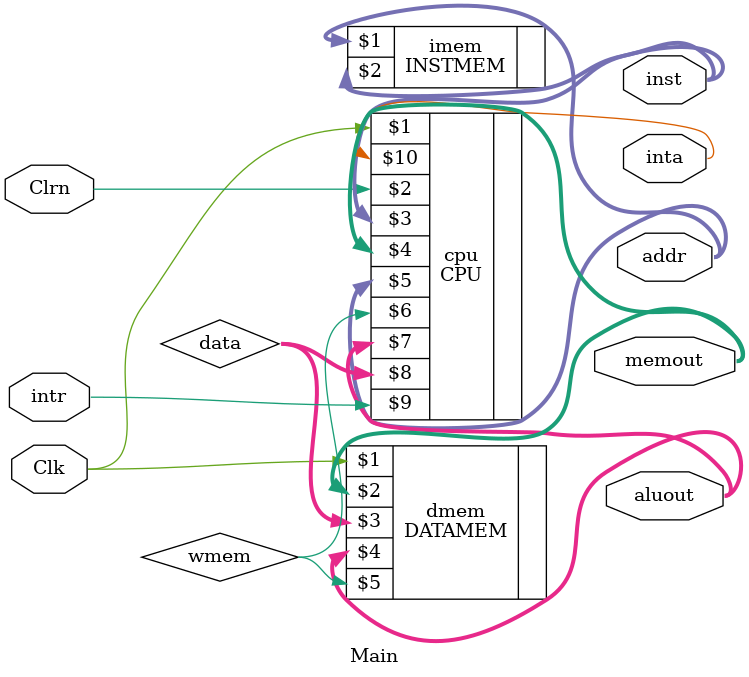
<source format=v>
module Main(Clk, Clrn, inst, addr, aluout, memout, intr, inta);
	input Clk, Clrn,intr;
	output [31:0] inst, addr, aluout, memout;
	output inta;
	wire [31:0] data;
	wire        wmem;	
	INSTMEM imem(addr, inst);
	CPU cpu (Clk, Clrn, inst, memout, addr, wmem, aluout, data, intr, inta);
	DATAMEM dmem(Clk, memout, data, aluout, wmem );
endmodule

</source>
